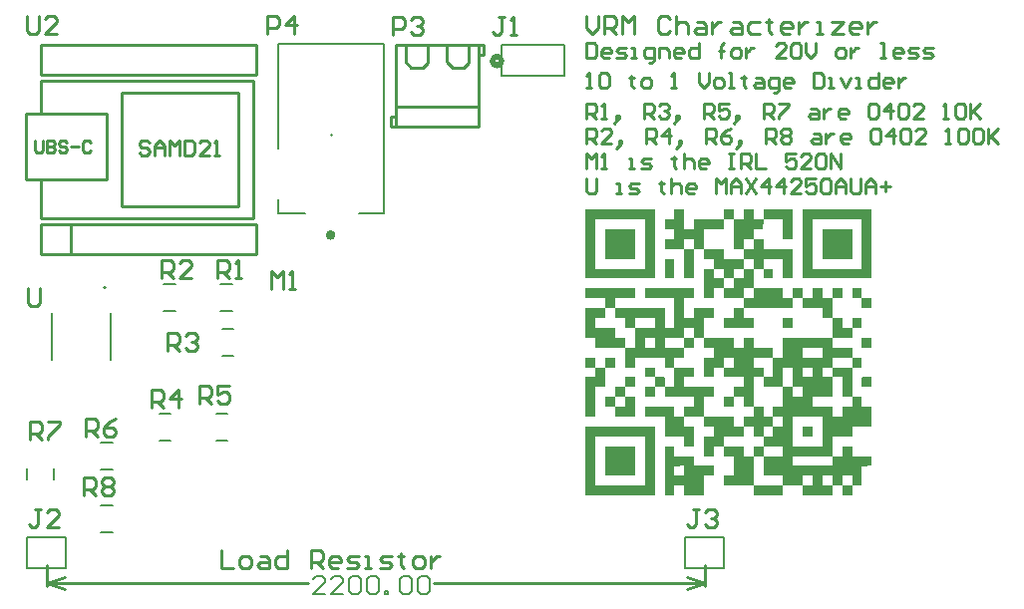
<source format=gto>
G04*
G04 #@! TF.GenerationSoftware,Altium Limited,Altium Designer,23.6.0 (18)*
G04*
G04 Layer_Color=65535*
%FSLAX44Y44*%
%MOMM*%
G71*
G04*
G04 #@! TF.SameCoordinates,07302BCA-5FAF-470A-8E07-FBA56CC999C1*
G04*
G04*
G04 #@! TF.FilePolarity,Positive*
G04*
G01*
G75*
%ADD10C,0.2000*%
%ADD11C,0.5080*%
%ADD12C,0.4000*%
%ADD13C,0.1524*%
%ADD14C,0.1270*%
%ADD15C,0.2540*%
G36*
X632922Y336149D02*
X657477Y336162D01*
X657570Y336123D01*
X657636Y336057D01*
X657609Y311091D01*
X657543Y311025D01*
X657371Y311012D01*
X649530Y311025D01*
X649477Y310999D01*
X649318Y311052D01*
X649279Y311091D01*
X649252Y311197D01*
Y316804D01*
Y316830D01*
X649265Y327634D01*
X649226Y327726D01*
X649186Y327766D01*
X649001Y327792D01*
X648736Y327766D01*
X632512Y327753D01*
X632485Y319475D01*
X632419Y319409D01*
X632234Y319382D01*
X632049Y319409D01*
X624194Y319382D01*
X624155Y319343D01*
X624128Y319237D01*
X624142Y311025D01*
X632446Y310999D01*
X632485Y310959D01*
X632512Y310854D01*
X632499Y302801D01*
X632538Y302708D01*
X632604Y302642D01*
X657450Y302655D01*
X657556Y302629D01*
X657636Y302549D01*
X657609Y277584D01*
X657543Y277518D01*
X657358Y277492D01*
X657279Y277518D01*
X649411Y277505D01*
X649318Y277544D01*
X649279Y277584D01*
X649252Y277690D01*
X649265Y294100D01*
X649212Y294232D01*
X649080Y294285D01*
X648657Y294258D01*
X632644Y294272D01*
X632538Y294219D01*
X632485Y294034D01*
X632512Y293849D01*
X632525Y285902D01*
X640499Y285888D01*
X640750Y285902D01*
X640869Y285809D01*
X640895Y285703D01*
X640882Y285320D01*
X640895Y278087D01*
X640869Y278007D01*
X640895Y277743D01*
X640869Y277584D01*
X640803Y277518D01*
X640591Y277492D01*
X640512Y277518D01*
X632670Y277505D01*
X632538Y277558D01*
X632485Y277743D01*
X632512Y278007D01*
X632499Y285875D01*
X632393Y285902D01*
X624142Y285875D01*
X624128Y269148D01*
X649173Y269121D01*
X649252Y269042D01*
X649279Y268857D01*
X649252Y268751D01*
X649279Y260817D01*
X649318Y260778D01*
X649424Y260751D01*
X657636Y260738D01*
X657609Y252434D01*
X657570Y252394D01*
X657464Y252368D01*
X657107Y252381D01*
X615745Y252355D01*
X615771Y244077D01*
X615837Y244011D01*
X616023Y243984D01*
X616208Y244011D01*
X624062Y243984D01*
X624102Y243945D01*
X624128Y243839D01*
X624102Y235693D01*
X624036Y235627D01*
X599044Y235654D01*
X598978Y235799D01*
X599004Y236302D01*
X598991Y243852D01*
X599031Y243945D01*
X599071Y243984D01*
X599176Y244011D01*
X607229Y243997D01*
X607322Y244037D01*
X607361Y244077D01*
X607388Y244262D01*
X607361Y244527D01*
X607375Y251945D01*
X607361Y252249D01*
X607454Y252368D01*
X607560Y252394D01*
X608062Y252368D01*
X615732Y252394D01*
X615745Y260738D01*
X599110Y260764D01*
X599018Y260830D01*
X598978Y260976D01*
X599004Y261399D01*
X598978Y269121D01*
X590714Y269135D01*
X590621Y269042D01*
X590608Y268870D01*
X590621Y260870D01*
X590555Y260778D01*
X590449Y260751D01*
X582304Y260778D01*
X582264Y260817D01*
X582238Y260923D01*
X582264Y285835D01*
X582304Y285875D01*
X582489Y285902D01*
X582780Y285875D01*
X582859Y285902D01*
X590621Y285915D01*
X590595Y294192D01*
X590528Y294258D01*
X590343Y294285D01*
X590158Y294258D01*
X582304Y294285D01*
X582264Y294325D01*
X582238Y294430D01*
X582224Y302642D01*
X573854Y302655D01*
X573867Y310867D01*
X573828Y310959D01*
X573762Y311025D01*
X565563Y310999D01*
X565497Y310933D01*
X565471Y310827D01*
X565497Y310325D01*
X565510Y302642D01*
X573854Y302629D01*
X573867Y277650D01*
X573815Y277544D01*
X573629Y277492D01*
X573444Y277518D01*
X565656Y277505D01*
X565550Y277531D01*
X565497Y277584D01*
X565471Y277769D01*
X565497Y278113D01*
X565471Y302629D01*
X548836Y302655D01*
X548744Y302721D01*
X548730Y310933D01*
X548796Y310999D01*
X548902Y311025D01*
X557048Y311052D01*
X557087Y311091D01*
X557114Y311197D01*
X557087Y319343D01*
X556968Y319409D01*
X548889Y319396D01*
X548757Y319449D01*
X548730Y319554D01*
X548757Y327726D01*
X548902Y327792D01*
X549484Y327766D01*
X556717Y327779D01*
X556968Y327766D01*
X557114Y327885D01*
X557100Y335991D01*
X557153Y336123D01*
X557338Y336176D01*
X557524Y336149D01*
X565312Y336162D01*
X565418Y336136D01*
X565471Y336083D01*
X565497Y335977D01*
X565484Y335620D01*
X565497Y319766D01*
X565471Y319687D01*
X565497Y319475D01*
X565563Y319409D01*
X565748Y319382D01*
X565933Y319409D01*
X573722Y319396D01*
X573815Y319435D01*
X573854Y319475D01*
X573881Y319660D01*
X573854Y319845D01*
X573881Y327700D01*
X573947Y327766D01*
X574053Y327792D01*
X574555Y327766D01*
X598991Y327792D01*
X599004Y335792D01*
X598978Y335872D01*
X599004Y336083D01*
X599044Y336123D01*
X599229Y336176D01*
X599414Y336149D01*
X607203Y336162D01*
X607335Y336110D01*
X607388Y335977D01*
X607361Y335475D01*
X607388Y327779D01*
X615176Y327766D01*
X615256Y327792D01*
X615520Y327766D01*
X615679Y327792D01*
X615718Y327832D01*
X615771Y328017D01*
X615745Y328123D01*
X615771Y336083D01*
X615837Y336149D01*
X616023Y336176D01*
X616128Y336149D01*
X623970Y336162D01*
X624062Y336123D01*
X624128Y336057D01*
X624155Y327832D01*
X624194Y327792D01*
X624380Y327766D01*
X624670Y327792D01*
X624750Y327766D01*
X632499Y327792D01*
X632512Y335819D01*
X632485Y335898D01*
X632512Y336057D01*
X632551Y336123D01*
X632737Y336176D01*
X632922Y336149D01*
D02*
G37*
G36*
X666429D02*
X724492Y336162D01*
X724624Y336110D01*
X724677Y335924D01*
X724650Y335660D01*
X724663Y277677D01*
X724611Y277544D01*
X724425Y277492D01*
X724240Y277518D01*
X707315D01*
X666178Y277505D01*
X666046Y277558D01*
X665993Y277743D01*
X666019Y277928D01*
X666006Y335991D01*
X666059Y336123D01*
X666244Y336176D01*
X666429Y336149D01*
D02*
G37*
G36*
X549352Y294258D02*
X556955Y294272D01*
X557048Y294232D01*
X557087Y294192D01*
X557114Y294087D01*
X557087Y277584D01*
X557021Y277518D01*
X556836Y277492D01*
X556730Y277518D01*
X548889Y277505D01*
X548796Y277544D01*
X548730Y277611D01*
Y282662D01*
Y282688D01*
X548757Y294219D01*
X548929Y294285D01*
X549352Y294258D01*
D02*
G37*
G36*
X482126Y336149D02*
X499183D01*
X540188Y336162D01*
X540320Y336110D01*
X540373Y335924D01*
X540347Y335739D01*
X540360Y277677D01*
X540307Y277544D01*
X540122Y277492D01*
X539937Y277518D01*
X481874Y277505D01*
X481742Y277558D01*
X481689Y277743D01*
X481716Y277928D01*
X481702Y335991D01*
X481755Y336123D01*
X481940Y336176D01*
X482126Y336149D01*
D02*
G37*
G36*
X699460Y269108D02*
X699500Y269069D01*
X699526Y268963D01*
X699500Y260817D01*
X699460Y260778D01*
X699354Y260751D01*
X691143Y260764D01*
X691169Y269069D01*
X691236Y269135D01*
X692214D01*
X699460Y269108D01*
D02*
G37*
G36*
X682720D02*
X682786Y268963D01*
X682759Y268460D01*
X682773Y261174D01*
X682759Y260897D01*
X682826Y260778D01*
X682931Y260751D01*
X691143Y260738D01*
X691156Y244011D01*
X699460Y243984D01*
X699500Y243945D01*
X699526Y243839D01*
X699553Y235693D01*
X699619Y235627D01*
X707910Y235614D01*
X707883Y227310D01*
X707844Y227270D01*
X707738Y227244D01*
X691143Y227257D01*
X691130Y244011D01*
X682918Y243997D01*
X682826Y244037D01*
X682786Y244077D01*
X682759Y244183D01*
X682773Y252236D01*
X682733Y252328D01*
X682693Y252368D01*
X682508Y252394D01*
X682244Y252368D01*
X666416Y252381D01*
X666138Y252368D01*
X666046Y252434D01*
X665993Y252619D01*
X666019Y252804D01*
X666006Y260751D01*
X657636Y260764D01*
X657662Y269069D01*
X657728Y269135D01*
X665953Y269108D01*
X665993Y269069D01*
X666019Y268963D01*
X666032Y260751D01*
X674310Y260778D01*
X674376Y260844D01*
X674402Y260949D01*
X674389Y261280D01*
X674402Y268778D01*
X674376Y268857D01*
X674402Y269042D01*
X674442Y269108D01*
X674548Y269135D01*
X676875D01*
X682720Y269108D01*
D02*
G37*
G36*
X573788D02*
X573854Y269042D01*
X573881Y268857D01*
X573854Y268672D01*
X573867Y260910D01*
X573828Y260817D01*
X573788Y260778D01*
X573682Y260751D01*
X565656Y260764D01*
X565550Y260738D01*
X565497Y260685D01*
X565471Y260500D01*
X565497Y260236D01*
Y257115D01*
Y257088D01*
X565484Y244143D01*
X565524Y244050D01*
X565563Y244011D01*
X565748Y243984D01*
X565933Y244011D01*
X573722Y243997D01*
X573828Y244050D01*
X573881Y244183D01*
X573854Y244606D01*
X573881Y252302D01*
X573947Y252368D01*
X574053Y252394D01*
X574555Y252368D01*
X590489Y252381D01*
X590581Y252315D01*
X590621Y252275D01*
X590595Y244077D01*
X590528Y244011D01*
X590343Y243984D01*
X590158Y244011D01*
X582304Y243984D01*
X582264Y243945D01*
X582238Y243839D01*
X582251Y227244D01*
X607176Y227257D01*
X607282Y227231D01*
X607335Y227204D01*
X607388Y227072D01*
X607361Y226569D01*
X607375Y219284D01*
X607361Y219006D01*
X607454Y218887D01*
X607560Y218860D01*
X607864Y218874D01*
X615229Y218860D01*
X615308Y218887D01*
X615388Y218860D01*
X615679Y218887D01*
X615745Y218953D01*
X615771Y219138D01*
X615745Y219217D01*
X615771Y227178D01*
X615837Y227244D01*
X616009Y227257D01*
X623851Y227244D01*
X623930Y227270D01*
X624009Y227244D01*
X624062Y227217D01*
X624128Y227151D01*
X624155Y218927D01*
X624194Y218887D01*
X624300Y218860D01*
X624631Y218874D01*
X640512Y218860D01*
X640591Y218887D01*
X640803Y218860D01*
X640869Y218794D01*
X640895Y218689D01*
X640882Y218305D01*
X640908Y210503D01*
X649120Y210490D01*
X649212Y210530D01*
X649279Y210702D01*
X649252Y211046D01*
X649279Y227178D01*
X649345Y227244D01*
X649530Y227270D01*
X649609Y227244D01*
X691143Y227231D01*
X691169Y218927D01*
X691209Y218887D01*
X691394Y218860D01*
X691645Y218874D01*
X707526Y218860D01*
X707606Y218887D01*
X707817Y218860D01*
X707883Y218794D01*
X707910Y218689D01*
X707923Y210503D01*
X715844Y210490D01*
X716148Y210503D01*
X716267Y210411D01*
X716293Y210305D01*
X716280Y209922D01*
X716293Y202715D01*
X716267Y202636D01*
X716293Y202292D01*
X716240Y202160D01*
X716068Y202094D01*
X715804Y202120D01*
X707910Y202133D01*
X707883Y210490D01*
X691685Y210503D01*
X691606Y210477D01*
X691500Y210503D01*
X691236Y210477D01*
X691169Y210437D01*
X691143Y210332D01*
X691156Y202120D01*
X707910Y202107D01*
X707923Y176996D01*
X708029Y176970D01*
X716161Y176983D01*
X716254Y176917D01*
X716293Y176798D01*
X716280Y176414D01*
X716293Y168996D01*
X716267Y168917D01*
X716293Y168679D01*
X716359Y168613D01*
X716544Y168586D01*
X716650Y168613D01*
X724584Y168586D01*
X724650Y168520D01*
X724677Y168335D01*
X724650Y168229D01*
X724663Y152004D01*
X724624Y151912D01*
X724584Y151872D01*
X724478Y151846D01*
X708068Y151859D01*
X707936Y151806D01*
X707883Y151621D01*
X707910Y151357D01*
X707883Y143555D01*
X707817Y143489D01*
X707711Y143462D01*
X707407Y143476D01*
X691500Y143462D01*
X691421Y143489D01*
X691236Y143462D01*
X691143Y143370D01*
X691156Y126722D01*
X699315Y126709D01*
X699447Y126735D01*
X699526Y126814D01*
X699513Y134894D01*
X699540Y135000D01*
X699593Y135079D01*
X699698Y135105D01*
X707817Y135079D01*
X707910Y134986D01*
X707897Y126881D01*
X707950Y126748D01*
X708055Y126722D01*
X708135Y126695D01*
X708214Y126722D01*
X724584Y126695D01*
X724650Y126629D01*
X724677Y126444D01*
X724650Y126339D01*
X724663Y118497D01*
X724624Y118405D01*
X724558Y118338D01*
X716333Y118312D01*
X716293Y118272D01*
X716267Y118087D01*
X716293Y117744D01*
X716280Y101968D01*
X716293Y101717D01*
X716201Y101598D01*
X716095Y101572D01*
X715711Y101585D01*
X707910Y101558D01*
X707883Y93281D01*
X707817Y93215D01*
X707632Y93188D01*
X707526Y93215D01*
X699685Y93201D01*
X699593Y93241D01*
X699526Y93307D01*
X699513Y93479D01*
X699526Y101558D01*
X691156Y101572D01*
X691143Y93492D01*
X691169Y93413D01*
X691143Y93334D01*
X691103Y93241D01*
X690918Y93188D01*
X690654Y93215D01*
X666178Y93201D01*
X666046Y93254D01*
X665993Y93439D01*
X666019Y93625D01*
X666006Y101572D01*
X649252Y101558D01*
X649265Y93347D01*
X649212Y93241D01*
X649027Y93188D01*
X648763Y93215D01*
X624287Y93201D01*
X624194Y93241D01*
X624128Y93307D01*
X624115Y101572D01*
X599375Y101585D01*
X599123Y101572D01*
X599004Y101664D01*
X598978Y101849D01*
X599004Y102114D01*
X598991Y109823D01*
X599031Y109915D01*
X599071Y109955D01*
X599256Y109981D01*
X599441Y109955D01*
X607295Y109981D01*
X607361Y110048D01*
X607388Y110233D01*
X607361Y110497D01*
X607375Y126590D01*
X607309Y126682D01*
X607269Y126722D01*
X599190Y126709D01*
X599084Y126735D01*
X599031Y126762D01*
X598978Y126894D01*
X599004Y127396D01*
X598978Y135092D01*
X591137Y135105D01*
X591057Y135079D01*
X590978Y135105D01*
X590687Y135079D01*
X590648Y135039D01*
X590621Y134934D01*
X590595Y134854D01*
X590621Y134775D01*
X590595Y126788D01*
X590528Y126722D01*
X590357Y126709D01*
X582515Y126722D01*
X582436Y126695D01*
X582357Y126722D01*
X582304Y126748D01*
X582238Y126814D01*
X582264Y143396D01*
X582330Y143462D01*
X582436Y143489D01*
X582938Y143462D01*
X590198Y143476D01*
X590476Y143462D01*
X590595Y143528D01*
X590621Y143634D01*
X590595Y151780D01*
X590528Y151846D01*
X590343Y151872D01*
X590264Y151846D01*
X582304Y151872D01*
X582264Y151912D01*
X582238Y152018D01*
X582224Y160229D01*
X565497Y160216D01*
X565484Y151978D01*
X565550Y151885D01*
X565590Y151846D01*
X573695Y151859D01*
X573828Y151806D01*
X573881Y151674D01*
X573854Y151251D01*
X573867Y135238D01*
X573828Y135145D01*
X573788Y135105D01*
X573603Y135079D01*
X573338Y135105D01*
X565629Y135092D01*
X565537Y135132D01*
X565497Y135171D01*
X565471Y135357D01*
X565497Y135621D01*
X565484Y143092D01*
X565497Y143343D01*
X565405Y143462D01*
X565219Y143489D01*
X564955Y143462D01*
X549153Y143476D01*
X548849Y143462D01*
X548757Y143528D01*
X548730Y143634D01*
X548704Y160163D01*
X548664Y160203D01*
X548558Y160229D01*
X532029Y160256D01*
X531990Y160295D01*
X531963Y160480D01*
X531990Y160771D01*
X531963Y160851D01*
X531977Y168216D01*
X531963Y168467D01*
X532082Y168613D01*
X557048Y168586D01*
X557087Y168547D01*
X557114Y168441D01*
X557100Y160388D01*
X557140Y160295D01*
X557206Y160229D01*
X565484Y160256D01*
X565497Y168229D01*
X565471Y168309D01*
X565497Y168520D01*
X565563Y168586D01*
X565669Y168613D01*
X573695Y168599D01*
X573828Y168652D01*
X573881Y168785D01*
X573854Y169208D01*
X573867Y176838D01*
X573828Y176930D01*
X573788Y176970D01*
X573603Y176996D01*
X573259Y176970D01*
X549127Y176983D01*
X548876Y176970D01*
X548757Y177036D01*
X548730Y177142D01*
X548717Y185353D01*
X540347Y185366D01*
X540334Y193737D01*
X532029Y193763D01*
X531990Y193803D01*
X531963Y193988D01*
X531990Y194279D01*
X531963Y194358D01*
X531977Y201723D01*
X531963Y201975D01*
X532029Y202094D01*
X532135Y202120D01*
X540281Y202094D01*
X540347Y202027D01*
X540373Y201842D01*
X540347Y201737D01*
X540360Y193737D01*
X548664Y193710D01*
X548730Y193644D01*
X548744Y185353D01*
X557048Y185380D01*
X557087Y185419D01*
X557114Y185525D01*
X557100Y202120D01*
X548889Y202107D01*
X548796Y202146D01*
X548730Y202213D01*
X548704Y210437D01*
X548664Y210477D01*
X548479Y210503D01*
X548201Y210490D01*
X524149Y210503D01*
X524069Y210477D01*
X523884Y210503D01*
X523672Y210477D01*
X523606Y210411D01*
X523580Y210226D01*
X523606Y210041D01*
X523580Y202186D01*
X523514Y202120D01*
X523302Y202094D01*
X523223Y202120D01*
X515382Y202107D01*
X515289Y202146D01*
X515223Y202213D01*
X515210Y202384D01*
X515223Y218847D01*
X490205Y218874D01*
X490112Y218940D01*
X490073Y219059D01*
X490099Y219561D01*
X490086Y226847D01*
X490099Y227125D01*
X490033Y227217D01*
X489927Y227244D01*
X489848Y227270D01*
X489768Y227244D01*
X481782Y227270D01*
X481716Y227337D01*
X481689Y227522D01*
X481716Y227627D01*
X481702Y252209D01*
X481729Y252315D01*
X481782Y252368D01*
X481967Y252394D01*
X482311Y252368D01*
X498443Y252394D01*
X498469Y260434D01*
X498483Y260606D01*
X498416Y260725D01*
X498231Y260778D01*
X498046Y260751D01*
X481782Y260778D01*
X481716Y260844D01*
X481689Y261029D01*
X481716Y261135D01*
X481702Y268976D01*
X481742Y269069D01*
X481808Y269135D01*
X523540Y269108D01*
X523580Y269069D01*
X523606Y268963D01*
X523580Y260817D01*
X523540Y260778D01*
X523434Y260751D01*
X506998Y260764D01*
X506906Y260725D01*
X506839Y260659D01*
X506866Y252381D01*
X548347Y252368D01*
X548426Y252394D01*
X548638Y252368D01*
X548704Y252328D01*
X548730Y252222D01*
X548757Y235693D01*
X548823Y235627D01*
X557048Y235654D01*
X557087Y235693D01*
X557114Y235799D01*
X557087Y260685D01*
X557021Y260751D01*
X556836Y260778D01*
X556730Y260751D01*
X532056Y260778D01*
X531990Y260844D01*
X531963Y260949D01*
X531977Y261306D01*
X531963Y268566D01*
X531990Y268645D01*
X531963Y268910D01*
X531990Y269069D01*
X532029Y269108D01*
X532135Y269135D01*
X573788Y269108D01*
D02*
G37*
G36*
X716227D02*
X716267Y269069D01*
X716293Y268883D01*
X716267Y268566D01*
X716293Y268487D01*
X716307Y260751D01*
X724492Y260764D01*
X724624Y260711D01*
X724677Y260526D01*
X724650Y260262D01*
X724663Y252526D01*
X724624Y252434D01*
X724584Y252394D01*
X724478Y252368D01*
X724121Y252381D01*
X716835Y252368D01*
X716756Y252394D01*
X716571Y252368D01*
X716359Y252394D01*
X716293Y252460D01*
X716267Y252566D01*
X716280Y252950D01*
X716254Y260751D01*
X707976Y260778D01*
X707910Y260844D01*
X707883Y261029D01*
X707910Y261135D01*
Y268619D01*
Y268645D01*
X707897Y268976D01*
X707950Y269108D01*
X708055Y269135D01*
X716227Y269108D01*
D02*
G37*
G36*
X716201Y243984D02*
X716267Y243918D01*
X716293Y243812D01*
X716280Y243429D01*
X716293Y236222D01*
X716267Y236143D01*
X716293Y235799D01*
X716240Y235667D01*
X716121Y235627D01*
X713477D01*
X707910Y235641D01*
X707897Y243852D01*
X707936Y243945D01*
X707976Y243984D01*
X708082Y244011D01*
X716201Y243984D01*
D02*
G37*
G36*
X657570D02*
X657609Y243945D01*
X657636Y243839D01*
X657609Y235693D01*
X657543Y235627D01*
X649318Y235654D01*
X649279Y235693D01*
X649252Y235799D01*
Y239158D01*
Y239184D01*
X649279Y243945D01*
X649318Y243984D01*
X649424Y244011D01*
X657570Y243984D01*
D02*
G37*
G36*
X716624Y227244D02*
X724465Y227257D01*
X724571Y227231D01*
X724624Y227204D01*
X724677Y227019D01*
X724650Y226755D01*
X724663Y219019D01*
X724624Y218927D01*
X724584Y218887D01*
X724478Y218860D01*
X716359Y218887D01*
X716293Y218953D01*
X716267Y219059D01*
X716280Y219442D01*
X716267Y225406D01*
Y225432D01*
X716280Y226847D01*
X716267Y227098D01*
X716333Y227217D01*
X716544Y227270D01*
X716624Y227244D01*
D02*
G37*
G36*
X506773Y210477D02*
X506839Y210411D01*
X506853Y210239D01*
X506839Y202398D01*
X506866Y202318D01*
X506839Y202239D01*
X506813Y202186D01*
X506747Y202120D01*
X506562Y202094D01*
X506483Y202120D01*
X498469Y202094D01*
X498456Y185710D01*
X498483Y185631D01*
X498456Y185446D01*
X498390Y185380D01*
X498284Y185353D01*
X490258Y185366D01*
X490152Y185340D01*
X490099Y185287D01*
X490073Y185102D01*
X490099Y184837D01*
Y173968D01*
Y173942D01*
X490086Y160626D01*
X490099Y160348D01*
X490033Y160256D01*
X489927Y160229D01*
X481782Y160256D01*
X481716Y160322D01*
X481689Y160507D01*
X481716Y160586D01*
X481702Y193578D01*
X481742Y193671D01*
X481808Y193737D01*
X490033Y193763D01*
X490099Y193909D01*
X490086Y194292D01*
X490099Y202080D01*
X490059Y202120D01*
X481874Y202107D01*
X481742Y202160D01*
X481689Y202345D01*
X481716Y202530D01*
X481702Y210318D01*
X481729Y210424D01*
X481782Y210477D01*
X481888Y210503D01*
X482218Y210490D01*
X489583Y210503D01*
X489636Y210477D01*
X489716Y210503D01*
X490006Y210477D01*
X490073Y210411D01*
X490099Y210305D01*
X490086Y209948D01*
X490112Y202120D01*
X498456Y202133D01*
X498483Y210411D01*
X498549Y210477D01*
X498654Y210503D01*
X498959Y210490D01*
X506324Y210503D01*
X506403Y210477D01*
X506483Y210503D01*
X506773Y210477D01*
D02*
G37*
G36*
X724584Y193710D02*
X724650Y193644D01*
X724677Y193459D01*
X724650Y193353D01*
X724663Y185512D01*
X724624Y185419D01*
X724584Y185380D01*
X724478Y185353D01*
X716359Y185380D01*
X716293Y185446D01*
X716267Y185551D01*
X716280Y185935D01*
X716267Y191608D01*
Y191634D01*
X716280Y193340D01*
X716267Y193591D01*
X716333Y193710D01*
X716439Y193737D01*
X724584Y193710D01*
D02*
G37*
G36*
X523540D02*
X523580Y193671D01*
X523606Y193565D01*
X523580Y185446D01*
X523487Y185353D01*
X522059D01*
X515223Y185366D01*
X515210Y193552D01*
X515236Y193657D01*
X515316Y193737D01*
X523540Y193710D01*
D02*
G37*
G36*
X532347Y185353D02*
X540347Y185340D01*
X540360Y177155D01*
X540334Y177049D01*
X540281Y176996D01*
X540175Y176970D01*
X539791Y176983D01*
X537768Y176970D01*
X537742D01*
X532360Y176983D01*
X532109Y176970D01*
X531990Y177062D01*
X531963Y177168D01*
X531977Y177551D01*
X531963Y184785D01*
X531990Y184864D01*
X531963Y185128D01*
X531990Y185287D01*
X532056Y185353D01*
X532241Y185380D01*
X532347Y185353D01*
D02*
G37*
G36*
X507223D02*
X515223Y185340D01*
X515236Y176996D01*
X515342Y176970D01*
X523474Y176983D01*
X523567Y176917D01*
X523606Y176798D01*
X523580Y160295D01*
X523540Y160256D01*
X523434Y160229D01*
X506906Y160256D01*
X506866Y160295D01*
X506839Y160401D01*
X506826Y168613D01*
X498615Y168599D01*
X498522Y168639D01*
X498483Y168679D01*
X498456Y168785D01*
X498483Y176904D01*
X498549Y176970D01*
X498654Y176996D01*
X499157Y176970D01*
X506826Y176996D01*
X506839Y179442D01*
Y179469D01*
X506866Y185287D01*
X506932Y185353D01*
X507117Y185380D01*
X507223Y185353D01*
D02*
G37*
G36*
X557021Y135079D02*
X557087Y135039D01*
X557114Y134934D01*
X557100Y126881D01*
X557153Y126748D01*
X557365Y126695D01*
X557444Y126722D01*
X573788Y126695D01*
X573854Y126629D01*
X573881Y126444D01*
X573854Y126259D01*
X573881Y118405D01*
X573920Y118365D01*
X574026Y118338D01*
X590409Y118352D01*
X590542Y118325D01*
X590595Y118272D01*
X590621Y118167D01*
X590595Y110021D01*
X590555Y109981D01*
X590449Y109955D01*
X582396Y109968D01*
X582304Y109929D01*
X582238Y109862D01*
Y98782D01*
Y98755D01*
X582211Y93281D01*
X582145Y93215D01*
X581960Y93188D01*
X581854Y93215D01*
X565629Y93201D01*
X565537Y93241D01*
X565497Y93281D01*
X565471Y93466D01*
X565497Y93810D01*
X565484Y101201D01*
X565497Y101453D01*
X565405Y101572D01*
X565299Y101598D01*
X564717Y101572D01*
X557246Y101585D01*
X557153Y101545D01*
X557114Y101505D01*
X557087Y101294D01*
X557114Y101215D01*
X557087Y93281D01*
X557021Y93215D01*
X556836Y93188D01*
X556730Y93215D01*
X548889Y93201D01*
X548796Y93241D01*
X548730Y93307D01*
X548757Y135039D01*
X548796Y135079D01*
X548902Y135105D01*
X557021Y135079D01*
D02*
G37*
G36*
X482126Y151846D02*
X540188Y151859D01*
X540320Y151806D01*
X540373Y151621D01*
X540347Y151436D01*
X540360Y93373D01*
X540307Y93241D01*
X540122Y93188D01*
X539858Y93215D01*
X539593D01*
X481874Y93201D01*
X481742Y93254D01*
X481689Y93439D01*
X481716Y93625D01*
X481702Y151687D01*
X481755Y151819D01*
X481940Y151872D01*
X482126Y151846D01*
D02*
G37*
%LPC*%
G36*
X607348Y327766D02*
X599004Y327753D01*
X598978Y319475D01*
X598912Y319409D01*
X598727Y319382D01*
X598542Y319409D01*
X582304Y319382D01*
X582264Y319343D01*
X582238Y319237D01*
X582251Y302642D01*
X598793Y302655D01*
X598899Y302629D01*
X598978Y302576D01*
X599004Y302470D01*
X598991Y294417D01*
X599031Y294325D01*
X599071Y294285D01*
X599176Y294258D01*
X615745Y294245D01*
X615758Y285902D01*
X624128Y285915D01*
Y288533D01*
Y288559D01*
X624102Y294192D01*
X624036Y294258D01*
X623851Y294285D01*
X623745Y294258D01*
X615745Y294272D01*
X615732Y302642D01*
X607427Y302668D01*
X607388Y302708D01*
X607361Y302893D01*
X607375Y303144D01*
X607348Y327766D01*
D02*
G37*
G36*
X624115Y311025D02*
X615811Y310999D01*
X615771Y310959D01*
X615745Y310854D01*
Y303290D01*
Y303263D01*
X615758Y302642D01*
X624062Y302668D01*
X624102Y302708D01*
X624128Y302814D01*
X624115Y311025D01*
D02*
G37*
G36*
X615626Y285902D02*
X607758Y285888D01*
X607507Y285902D01*
X607388Y285809D01*
X607361Y285703D01*
X607375Y285346D01*
X607361Y282344D01*
Y282318D01*
X607375Y277518D01*
X615586Y277505D01*
X615718Y277558D01*
X615771Y277743D01*
X615745Y277928D01*
X615732Y285875D01*
X615626Y285902D01*
D02*
G37*
G36*
X598806D02*
X598409Y285875D01*
X598330Y285902D01*
X590634Y285875D01*
X590608Y277782D01*
X590595Y277716D01*
X590621Y277637D01*
X590648Y277584D01*
X590714Y277518D01*
X590899Y277492D01*
X590978Y277518D01*
X594548D01*
X599004Y277505D01*
X599018Y269135D01*
X607322Y269161D01*
X607388Y269307D01*
X607361Y269809D01*
X607348Y277518D01*
X599004Y277531D01*
X598991Y285478D01*
X599004Y285756D01*
X598912Y285875D01*
X598806Y285902D01*
D02*
G37*
G36*
X624115Y269135D02*
X616181D01*
X615811Y269108D01*
X615771Y269069D01*
X615745Y268963D01*
X615758Y260751D01*
X624062Y260778D01*
X624102Y260817D01*
X624128Y260923D01*
X624115Y269135D01*
D02*
G37*
G36*
X716068Y327792D02*
X715645Y327766D01*
X715354D01*
X674535Y327779D01*
X674442Y327739D01*
X674402Y327700D01*
X674376Y327515D01*
X674402Y327250D01*
X674389Y286034D01*
X674429Y285941D01*
X674469Y285902D01*
X674654Y285875D01*
X674918Y285902D01*
X716135Y285888D01*
X716227Y285928D01*
X716267Y285968D01*
X716293Y286073D01*
X716267Y286655D01*
X716280Y327660D01*
X716214Y327753D01*
X716068Y327792D01*
D02*
G37*
%LPD*%
G36*
X707817Y319382D02*
X707910Y319290D01*
Y296414D01*
Y296387D01*
X707883Y294351D01*
X707791Y294258D01*
X682852Y294285D01*
X682786Y294351D01*
X682759Y294457D01*
X682786Y319316D01*
X682878Y319409D01*
X707817Y319382D01*
D02*
G37*
%LPC*%
G36*
X531712Y327792D02*
X531448Y327766D01*
X490231Y327779D01*
X490139Y327739D01*
X490099Y327700D01*
X490073Y327515D01*
X490099Y327250D01*
X490086Y286034D01*
X490126Y285941D01*
X490165Y285902D01*
X490350Y285875D01*
X490615Y285902D01*
X504314D01*
X531831Y285888D01*
X531924Y285928D01*
X531963Y285968D01*
X531990Y286153D01*
X531963Y286417D01*
X531977Y327634D01*
X531937Y327726D01*
X531897Y327766D01*
X531712Y327792D01*
D02*
G37*
%LPD*%
G36*
X523514Y319382D02*
X523606Y319290D01*
X523580Y294351D01*
X523487Y294258D01*
X504129D01*
X498549Y294285D01*
X498456Y294377D01*
X498483Y319316D01*
X498575Y319409D01*
X523514Y319382D01*
D02*
G37*
%LPC*%
G36*
X506826Y252368D02*
X498456Y252355D01*
X498469Y244143D01*
X498430Y244050D01*
X498390Y244011D01*
X498205Y243984D01*
X498020Y244011D01*
X490165Y243984D01*
X490099Y243918D01*
X490073Y243812D01*
X490099Y243310D01*
X490086Y235760D01*
X490139Y235654D01*
X490244Y235627D01*
X506773Y235601D01*
X506839Y235535D01*
X506853Y235363D01*
X506839Y227363D01*
X506906Y227270D01*
X507011Y227244D01*
X515038Y227257D01*
X515144Y227231D01*
X515223Y227151D01*
X515236Y218860D01*
X523183Y218874D01*
X523461Y218860D01*
X523580Y218953D01*
X523606Y219059D01*
X523593Y235627D01*
X515289Y235654D01*
X515223Y235720D01*
X515210Y235892D01*
X515223Y243892D01*
X515157Y243984D01*
X515051Y244011D01*
X508175D01*
X506998Y243997D01*
X506906Y244037D01*
X506839Y244103D01*
X506826Y252368D01*
D02*
G37*
G36*
X540175Y244011D02*
X523672Y243984D01*
X523606Y243918D01*
X523580Y243733D01*
X523606Y243548D01*
X523620Y235627D01*
X540281Y235654D01*
X540347Y235720D01*
X540373Y235905D01*
X540347Y235984D01*
Y243389D01*
Y243416D01*
X540360Y243826D01*
X540334Y243931D01*
X540281Y243984D01*
X540175Y244011D01*
D02*
G37*
G36*
X682508Y218887D02*
X682323Y218860D01*
X666151Y218874D01*
X666046Y218821D01*
X665993Y218636D01*
X666019Y218530D01*
X666006Y210662D01*
X666059Y210530D01*
X666191Y210477D01*
X666693Y210503D01*
X675050D01*
X682627Y210490D01*
X682720Y210530D01*
X682759Y210570D01*
X682786Y210755D01*
X682759Y210940D01*
X682773Y218728D01*
X682733Y218821D01*
X682693Y218860D01*
X682508Y218887D01*
D02*
G37*
G36*
X548915Y227257D02*
X548810Y227231D01*
X548730Y227151D01*
X548757Y218927D01*
X548796Y218887D01*
X548902Y218860D01*
X549233Y218874D01*
X562998Y218860D01*
X563024D01*
X565484Y218887D01*
X565497Y227204D01*
X565457Y227244D01*
X548915Y227257D01*
D02*
G37*
G36*
X532188Y227270D02*
X532109Y227244D01*
X531990Y227178D01*
X531963Y226993D01*
X531990Y226649D01*
X531963Y226569D01*
X531977Y219257D01*
X531963Y219006D01*
X532056Y218887D01*
X532162Y218860D01*
X532426Y218887D01*
X532453D01*
X532532Y218860D01*
X539924Y218874D01*
X540228Y218860D01*
X540347Y218953D01*
X540373Y219165D01*
X540347Y219244D01*
X540360Y227085D01*
X540320Y227178D01*
X540254Y227244D01*
X540082Y227257D01*
X532241Y227244D01*
X532188Y227270D01*
D02*
G37*
G36*
X640855Y210503D02*
X624525Y210490D01*
X624247Y210503D01*
X624155Y210437D01*
X624128Y210332D01*
X624155Y202186D01*
X624221Y202120D01*
X624406Y202094D01*
X624485Y202120D01*
X632446Y202094D01*
X632485Y202054D01*
X632512Y201948D01*
Y198034D01*
Y198008D01*
X632525Y193737D01*
X640829Y193763D01*
X640895Y193909D01*
X640882Y194345D01*
X640895Y210437D01*
X640855Y210503D01*
D02*
G37*
G36*
X607189D02*
X606833Y210490D01*
X603037Y210503D01*
X603011D01*
X599401Y210490D01*
X599123Y210503D01*
X599004Y210411D01*
X598978Y210226D01*
X599004Y210041D01*
X599018Y202120D01*
X607203Y202107D01*
X607335Y202160D01*
X607388Y202292D01*
X607361Y202794D01*
X607375Y210345D01*
X607335Y210437D01*
X607295Y210477D01*
X607189Y210503D01*
D02*
G37*
G36*
X573762Y235627D02*
X565563Y235601D01*
X565497Y235535D01*
X565471Y235429D01*
X565497Y234926D01*
Y232969D01*
Y232943D01*
X565510Y227244D01*
X573854Y227231D01*
X573867Y219019D01*
X573828Y218927D01*
X573788Y218887D01*
X573682Y218860D01*
X565497Y218847D01*
X565484Y210900D01*
X565497Y210623D01*
X565405Y210503D01*
X565219Y210477D01*
X564955Y210503D01*
X557510Y210490D01*
X557233Y210503D01*
X557114Y210411D01*
X557087Y210199D01*
X557114Y210120D01*
X557127Y202120D01*
X573788Y202094D01*
X573854Y202027D01*
X573881Y201842D01*
X573854Y201657D01*
X573867Y193895D01*
X573828Y193803D01*
X573762Y193737D01*
X565537Y193710D01*
X565471Y193565D01*
X565497Y193062D01*
X565484Y185485D01*
X565563Y185380D01*
X565669Y185353D01*
X590462Y185366D01*
X590555Y185327D01*
X590621Y185261D01*
X590595Y177062D01*
X590528Y176996D01*
X590423Y176970D01*
X590066Y176983D01*
X582621Y176970D01*
X582542Y176996D01*
X582330Y176970D01*
X582264Y176930D01*
X582238Y176824D01*
X582251Y160229D01*
X607322Y160203D01*
X607388Y160057D01*
X607361Y159476D01*
X607375Y152269D01*
X607361Y151991D01*
X607480Y151846D01*
X615745Y151833D01*
X615758Y143647D01*
X615732Y143542D01*
X615679Y143489D01*
X615573Y143462D01*
X615242Y143476D01*
X599361Y143462D01*
X599282Y143489D01*
X599071Y143462D01*
X599004Y143396D01*
X598978Y143211D01*
X599004Y143026D01*
X599018Y135105D01*
X615679Y135079D01*
X615745Y135013D01*
X615771Y134801D01*
X615745Y134722D01*
X615771Y126788D01*
X615837Y126722D01*
X616009Y126709D01*
X624115Y126722D01*
X624142Y101598D01*
X649252Y101611D01*
X649265Y109796D01*
X649212Y109929D01*
X649027Y109981D01*
X648763Y109955D01*
X632578Y109981D01*
X632512Y110048D01*
X632485Y110233D01*
X632512Y110339D01*
X632499Y126722D01*
X624128Y126735D01*
X624155Y135039D01*
X624194Y135079D01*
X624300Y135105D01*
X632512Y135092D01*
X632525Y126722D01*
X649067Y126709D01*
X649173Y126735D01*
X649226Y126762D01*
X649279Y126947D01*
X649252Y127211D01*
X649265Y134947D01*
X649226Y135039D01*
X649186Y135079D01*
X649080Y135105D01*
X648750Y135092D01*
X632512Y135119D01*
X632499Y143462D01*
X624552Y143476D01*
X624247Y143462D01*
X624155Y143528D01*
X624128Y143634D01*
X624102Y151780D01*
X624036Y151846D01*
X623851Y151872D01*
X623771Y151846D01*
X615745Y151859D01*
X615771Y160163D01*
X615811Y160203D01*
X615917Y160229D01*
X624062Y160256D01*
X624102Y160295D01*
X624128Y160401D01*
X624115Y168613D01*
X615904Y168599D01*
X615811Y168639D01*
X615745Y168705D01*
X615758Y176811D01*
X615705Y176943D01*
X615573Y176996D01*
X614991Y176970D01*
X607361Y176957D01*
X607375Y168745D01*
X607335Y168652D01*
X607295Y168613D01*
X607110Y168586D01*
X606925Y168613D01*
X599137Y168599D01*
X599044Y168639D01*
X599004Y168679D01*
X598978Y168864D01*
X599004Y169128D01*
X598991Y176838D01*
X599031Y176930D01*
X599071Y176970D01*
X599176Y176996D01*
X599758Y176970D01*
X607348Y176996D01*
X607375Y184851D01*
X607388Y184917D01*
X607361Y184996D01*
X607388Y185287D01*
X607454Y185353D01*
X607639Y185380D01*
X607745Y185353D01*
X615679Y185380D01*
X615745Y185446D01*
X615771Y185631D01*
X615745Y185710D01*
X615758Y193552D01*
X615732Y193657D01*
X615652Y193737D01*
X599071Y193763D01*
X599004Y193829D01*
X598978Y193935D01*
X599004Y194358D01*
X598978Y202107D01*
X590740Y202120D01*
X590621Y202027D01*
X590608Y201856D01*
X590621Y193856D01*
X590555Y193763D01*
X590449Y193737D01*
X582304Y193763D01*
X582264Y193803D01*
X582238Y193909D01*
X582264Y210437D01*
X582304Y210477D01*
X582410Y210503D01*
X582740Y210490D01*
X590264Y210503D01*
X590343Y210477D01*
X590528Y210503D01*
X590621Y210596D01*
X590595Y218794D01*
X590528Y218860D01*
X590343Y218887D01*
X590158Y218860D01*
X582304Y218887D01*
X582264Y218927D01*
X582238Y219032D01*
X582224Y227244D01*
X573854Y227257D01*
X573867Y235469D01*
X573828Y235561D01*
X573762Y235627D01*
D02*
G37*
G36*
X674231Y202120D02*
X666085Y202094D01*
X666019Y202027D01*
X665993Y201842D01*
X666019Y201763D01*
X666006Y193922D01*
X666032Y193816D01*
X666112Y193737D01*
X668201D01*
X674336Y193763D01*
X674376Y193803D01*
X674402Y193988D01*
X674389Y194265D01*
X674402Y201578D01*
X674376Y201657D01*
X674402Y201763D01*
X674376Y202027D01*
X674336Y202094D01*
X674231Y202120D01*
D02*
G37*
G36*
X691130D02*
X682826Y202094D01*
X682759Y201948D01*
X682773Y201618D01*
X682759Y194252D01*
X682786Y194173D01*
X682759Y194094D01*
X682786Y193803D01*
X682826Y193763D01*
X682931Y193737D01*
X685497D01*
X691143Y193723D01*
X691156Y177181D01*
X691130Y177076D01*
X691077Y176996D01*
X690892Y176970D01*
X690601Y176996D01*
X690521Y176970D01*
X674535Y176983D01*
X674442Y176943D01*
X674402Y176904D01*
X674376Y176719D01*
X674402Y176454D01*
X674389Y168745D01*
X674429Y168652D01*
X674574Y168586D01*
X674997Y168613D01*
X691077Y168586D01*
X691143Y168520D01*
X691169Y168335D01*
X691143Y168256D01*
X691169Y160295D01*
X691236Y160229D01*
X699460Y160256D01*
X699500Y160295D01*
X699526Y160401D01*
X699513Y168401D01*
X699540Y168533D01*
X699593Y168586D01*
X699698Y168613D01*
X707751Y168599D01*
X707844Y168639D01*
X707883Y168679D01*
X707910Y168785D01*
X707897Y176970D01*
X699923Y176983D01*
X699672Y176970D01*
X699553Y177036D01*
X699526Y177142D01*
X699500Y177221D01*
X699526Y177300D01*
X699500Y193671D01*
X699434Y193737D01*
X691143Y193750D01*
X691130Y202120D01*
D02*
G37*
G36*
X657464D02*
X649318Y202094D01*
X649279Y202054D01*
X649252Y201948D01*
X649279Y185366D01*
X657636Y185340D01*
X657662Y177036D01*
X657807Y176970D01*
X658244Y176983D01*
X665398Y176970D01*
X665477Y176996D01*
X665636Y176970D01*
X665662D01*
X665927Y176996D01*
X666019Y177089D01*
X665993Y185287D01*
X665927Y185353D01*
X665741Y185380D01*
X665636Y185353D01*
X657636Y185366D01*
X657609Y202054D01*
X657570Y202094D01*
X657464Y202120D01*
D02*
G37*
G36*
X632499Y193737D02*
X624194Y193710D01*
X624128Y193644D01*
X624142Y168613D01*
X632446Y168586D01*
X632485Y168547D01*
X632512Y168441D01*
X632499Y160388D01*
X632538Y160295D01*
X632604Y160229D01*
X640869Y160243D01*
X640895Y160348D01*
X640882Y168480D01*
X640948Y168573D01*
X640988Y168613D01*
X649093Y168599D01*
X649226Y168652D01*
X649279Y168838D01*
X649252Y169102D01*
X649239Y185353D01*
X638475D01*
X632578Y185380D01*
X632512Y185446D01*
X632485Y185631D01*
X632512Y185737D01*
X632499Y193737D01*
D02*
G37*
G36*
X649160Y160229D02*
X640895Y160216D01*
X640908Y151846D01*
X648631D01*
X649186Y151872D01*
X649252Y151938D01*
X649279Y152123D01*
X649252Y152229D01*
X649265Y160071D01*
X649226Y160163D01*
X649160Y160229D01*
D02*
G37*
G36*
X632684Y151872D02*
X632538Y151806D01*
X632485Y151621D01*
X632512Y151436D01*
X632525Y143462D01*
X640009D01*
X640472Y143476D01*
X640750Y143462D01*
X640869Y143555D01*
X640895Y143661D01*
X640869Y144057D01*
X640895Y144137D01*
X640869Y151833D01*
X632803Y151859D01*
X632684Y151872D01*
D02*
G37*
G36*
X682667Y160229D02*
X657702Y160203D01*
X657662Y160163D01*
X657636Y160057D01*
X657662Y135171D01*
X657728Y135105D01*
X657834Y135079D01*
X658257Y135105D01*
X682627Y135092D01*
X682720Y135132D01*
X682759Y135171D01*
X682786Y135357D01*
X682759Y135542D01*
Y141360D01*
Y141386D01*
X682773Y160097D01*
X682707Y160190D01*
X682667Y160229D01*
D02*
G37*
G36*
X691130Y126722D02*
X657702Y126695D01*
X657662Y126656D01*
X657636Y126550D01*
Y122398D01*
Y122372D01*
X657662Y118405D01*
X657702Y118365D01*
X657807Y118338D01*
X691077Y118365D01*
X691143Y118431D01*
X691156Y118603D01*
X691130Y126722D01*
D02*
G37*
G36*
X707632Y109981D02*
X707526Y109955D01*
X703665D01*
X699685Y109968D01*
X699553Y109915D01*
X699526Y109810D01*
X699540Y101598D01*
X707910Y101611D01*
X707883Y109889D01*
X707817Y109955D01*
X707632Y109981D01*
D02*
G37*
G36*
X690918D02*
X690654Y109955D01*
X683196D01*
X682931Y109981D01*
X682799Y109902D01*
X682759Y109783D01*
X682773Y109453D01*
X682759Y102114D01*
X682786Y102035D01*
X682759Y101955D01*
X682786Y101664D01*
X682852Y101598D01*
X682958Y101572D01*
X683460Y101598D01*
X691143Y101611D01*
X691156Y109770D01*
X691130Y109876D01*
X691103Y109929D01*
X690918Y109981D01*
D02*
G37*
G36*
X674125D02*
X674019Y109955D01*
X669867D01*
X666178Y109968D01*
X666046Y109915D01*
X665993Y109730D01*
X666019Y109545D01*
X666032Y101598D01*
X674270Y101585D01*
X674363Y101651D01*
X674402Y101770D01*
X674389Y102127D01*
X674402Y109413D01*
X674376Y109492D01*
X674402Y109677D01*
X674376Y109889D01*
X674310Y109955D01*
X674125Y109981D01*
D02*
G37*
%LPD*%
G36*
X666429Y151846D02*
X674217Y151859D01*
X674323Y151833D01*
X674376Y151780D01*
X674402Y151674D01*
X674389Y151343D01*
X674402Y143978D01*
X674376Y143899D01*
X674402Y143819D01*
X674376Y143555D01*
X674310Y143489D01*
X674204Y143462D01*
X673900Y143476D01*
X671269Y143462D01*
X671242D01*
X666442Y143476D01*
X666138Y143462D01*
X666019Y143555D01*
X665993Y143766D01*
X666019Y143846D01*
X666006Y151687D01*
X666059Y151819D01*
X666244Y151872D01*
X666429Y151846D01*
D02*
G37*
%LPC*%
G36*
X515210Y176970D02*
X506839Y176957D01*
X506853Y168613D01*
X514866D01*
X514972Y168586D01*
X515130Y168613D01*
X515223Y168705D01*
X515210Y176970D01*
D02*
G37*
G36*
X565325Y118338D02*
X557180Y118312D01*
X557114Y118246D01*
X557087Y118061D01*
X557114Y117982D01*
X557100Y110140D01*
X557127Y110034D01*
X557180Y109981D01*
X557286Y109955D01*
X565405Y109981D01*
X565471Y110048D01*
X565497Y110153D01*
X565484Y110537D01*
X565497Y115152D01*
Y115178D01*
X565484Y117942D01*
X565497Y118193D01*
X565431Y118312D01*
X565325Y118338D01*
D02*
G37*
G36*
X531712Y143489D02*
X531448Y143462D01*
X517881D01*
X490231Y143476D01*
X490139Y143436D01*
X490099Y143396D01*
X490073Y143211D01*
X490099Y142947D01*
X490086Y101730D01*
X490126Y101638D01*
X490165Y101598D01*
X490271Y101572D01*
X490853Y101598D01*
X531858Y101585D01*
X531950Y101651D01*
X531990Y101796D01*
X531963Y102220D01*
X531977Y143330D01*
X531937Y143423D01*
X531897Y143462D01*
X531712Y143489D01*
D02*
G37*
%LPD*%
G36*
X523514Y135079D02*
X523606Y134986D01*
X523580Y110048D01*
X523487Y109955D01*
X501881D01*
X498549Y109981D01*
X498456Y110074D01*
X498483Y135013D01*
X498549Y135079D01*
X498654Y135105D01*
X523514Y135079D01*
D02*
G37*
D10*
X74290Y270050D02*
G03*
X74290Y270050I-1000J0D01*
G01*
X566420Y57658D02*
X599440D01*
X566420Y31242D02*
X599440D01*
Y57658D01*
X566420Y31242D02*
Y57658D01*
X7620D02*
X40640D01*
X7620Y31242D02*
X40640D01*
Y57658D01*
X7620Y31242D02*
Y57658D01*
D11*
X410210Y462280D02*
G03*
X410210Y462280I-3810J0D01*
G01*
D12*
X267176Y314452D02*
G03*
X267176Y314452I-2000J0D01*
G01*
D13*
X172974Y212120D02*
X182626D01*
X172974Y234920D02*
X182626D01*
X171704Y250220D02*
X181356D01*
X171704Y273020D02*
X181356D01*
X7650Y106934D02*
Y116586D01*
X30450Y106934D02*
Y116586D01*
X167894Y162530D02*
X177546D01*
X167894Y139730D02*
X177546D01*
X119714Y162530D02*
X129366D01*
X119714Y139730D02*
X129366D01*
X70104Y138400D02*
X79756D01*
X70104Y115600D02*
X79756D01*
X123524Y273020D02*
X133176D01*
X123524Y250220D02*
X133176D01*
X70104Y85060D02*
X79756D01*
X70104Y62260D02*
X79756D01*
X410210Y449580D02*
X463550D01*
Y476250D01*
X410210D02*
X463550D01*
X410210Y449580D02*
Y476250D01*
X260109Y9908D02*
X249952D01*
X260109Y20065D01*
Y22604D01*
X257570Y25143D01*
X252491D01*
X249952Y22604D01*
X275344Y9908D02*
X265187D01*
X275344Y20065D01*
Y22604D01*
X272805Y25143D01*
X267726D01*
X265187Y22604D01*
X280422D02*
X282961Y25143D01*
X288040D01*
X290579Y22604D01*
Y12448D01*
X288040Y9908D01*
X282961D01*
X280422Y12448D01*
Y22604D01*
X295657D02*
X298196Y25143D01*
X303275D01*
X305814Y22604D01*
Y12448D01*
X303275Y9908D01*
X298196D01*
X295657Y12448D01*
Y22604D01*
X310892Y9908D02*
Y12448D01*
X313431D01*
Y9908D01*
X310892D01*
X323588Y22604D02*
X326127Y25143D01*
X331206D01*
X333745Y22604D01*
Y12448D01*
X331206Y9908D01*
X326127D01*
X323588Y12448D01*
Y22604D01*
X338823D02*
X341362Y25143D01*
X346441D01*
X348980Y22604D01*
Y12448D01*
X346441Y9908D01*
X341362D01*
X338823Y12448D01*
Y22604D01*
D14*
X78540Y208600D02*
Y248600D01*
X28140Y208600D02*
Y248600D01*
X220430Y387630D02*
Y477130D01*
X289560Y333130D02*
X310430D01*
Y477130D01*
X220430D02*
X310430D01*
X220430Y333130D02*
X243332D01*
X220430D02*
Y345186D01*
D15*
X87630Y435610D02*
X186690D01*
Y339090D02*
Y435610D01*
X87630Y339090D02*
X186690D01*
X87630D02*
Y435610D01*
X6350Y361950D02*
X19050D01*
X6350D02*
Y417830D01*
X19050D01*
Y328930D02*
Y361950D01*
Y417830D02*
Y445770D01*
Y361950D02*
X74930D01*
Y417830D01*
X19050D02*
X74930D01*
X19050Y445770D02*
X199390D01*
Y328930D02*
Y445770D01*
X19050Y328930D02*
X199390D01*
X201930Y450850D02*
Y476250D01*
X19050D02*
X201930D01*
X19050Y450850D02*
Y476250D01*
Y450850D02*
X201930D01*
Y298450D02*
Y323850D01*
X44450Y298450D02*
Y323850D01*
X19050D02*
X201930D01*
X19050Y298450D02*
Y323850D01*
Y298450D02*
X201930D01*
X265430Y400050D02*
Y400130D01*
X316379Y414960D02*
X320880D01*
X316379Y406960D02*
Y414960D01*
Y406960D02*
X320880D01*
X390880Y467960D02*
X395381D01*
Y475960D01*
X390880D02*
X395381D01*
X390880Y406960D02*
Y475960D01*
X320880Y406960D02*
X390880D01*
X320879Y423273D02*
X390880D01*
X329017Y461224D02*
Y475961D01*
Y461224D02*
X333480Y456761D01*
X343380D01*
X347686Y461067D01*
Y475961D01*
X364016Y461224D02*
Y475962D01*
Y461224D02*
X368478Y456761D01*
X378379D01*
X382685Y461067D01*
Y475962D01*
X320879Y475961D02*
X390880D01*
X320878Y406960D02*
Y475961D01*
X567690Y13970D02*
X582930Y19050D01*
X567690Y24130D02*
X582930Y19050D01*
X24130D02*
X39370Y24130D01*
X24130Y19050D02*
X39370Y13970D01*
X353044Y19050D02*
X582930D01*
X24130D02*
X245888D01*
X582930Y16510D02*
Y34044D01*
X24130Y16510D02*
Y34044D01*
X482600Y477520D02*
Y464824D01*
X488948D01*
X491064Y466940D01*
Y475404D01*
X488948Y477520D01*
X482600D01*
X501644Y464824D02*
X497412D01*
X495296Y466940D01*
Y471172D01*
X497412Y473288D01*
X501644D01*
X503760Y471172D01*
Y469056D01*
X495296D01*
X507992Y464824D02*
X514340D01*
X516456Y466940D01*
X514340Y469056D01*
X510108D01*
X507992Y471172D01*
X510108Y473288D01*
X516456D01*
X520688Y464824D02*
X524920D01*
X522804D01*
Y473288D01*
X520688D01*
X535499Y460592D02*
X537616D01*
X539731Y462708D01*
Y473288D01*
X533383D01*
X531268Y471172D01*
Y466940D01*
X533383Y464824D01*
X539731D01*
X543964D02*
Y473288D01*
X550311D01*
X552427Y471172D01*
Y464824D01*
X563007D02*
X558775D01*
X556659Y466940D01*
Y471172D01*
X558775Y473288D01*
X563007D01*
X565123Y471172D01*
Y469056D01*
X556659D01*
X577819Y477520D02*
Y464824D01*
X571471D01*
X569355Y466940D01*
Y471172D01*
X571471Y473288D01*
X577819D01*
X596863Y464824D02*
Y475404D01*
Y471172D01*
X594747D01*
X598979D01*
X596863D01*
Y475404D01*
X598979Y477520D01*
X607443Y464824D02*
X611675D01*
X613791Y466940D01*
Y471172D01*
X611675Y473288D01*
X607443D01*
X605327Y471172D01*
Y466940D01*
X607443Y464824D01*
X618023Y473288D02*
Y464824D01*
Y469056D01*
X620139Y471172D01*
X622255Y473288D01*
X624371D01*
X651879Y464824D02*
X643415D01*
X651879Y473288D01*
Y475404D01*
X649762Y477520D01*
X645530D01*
X643415Y475404D01*
X656110D02*
X658226Y477520D01*
X662458D01*
X664574Y475404D01*
Y466940D01*
X662458Y464824D01*
X658226D01*
X656110Y466940D01*
Y475404D01*
X668806Y477520D02*
Y469056D01*
X673038Y464824D01*
X677270Y469056D01*
Y477520D01*
X696314Y464824D02*
X700546D01*
X702662Y466940D01*
Y471172D01*
X700546Y473288D01*
X696314D01*
X694198Y471172D01*
Y466940D01*
X696314Y464824D01*
X706894Y473288D02*
Y464824D01*
Y469056D01*
X709010Y471172D01*
X711126Y473288D01*
X713242D01*
X732286Y464824D02*
X736518D01*
X734402D01*
Y477520D01*
X732286D01*
X749214Y464824D02*
X744982D01*
X742866Y466940D01*
Y471172D01*
X744982Y473288D01*
X749214D01*
X751330Y471172D01*
Y469056D01*
X742866D01*
X755562Y464824D02*
X761909D01*
X764025Y466940D01*
X761909Y469056D01*
X757678D01*
X755562Y471172D01*
X757678Y473288D01*
X764025D01*
X768257Y464824D02*
X774605D01*
X776721Y466940D01*
X774605Y469056D01*
X770373D01*
X768257Y471172D01*
X770373Y473288D01*
X776721D01*
X482600Y439261D02*
X486832D01*
X484716D01*
Y451957D01*
X482600Y449841D01*
X493180D02*
X495296Y451957D01*
X499528D01*
X501644Y449841D01*
Y441377D01*
X499528Y439261D01*
X495296D01*
X493180Y441377D01*
Y449841D01*
X520688D02*
Y447725D01*
X518572D01*
X522804D01*
X520688D01*
Y441377D01*
X522804Y439261D01*
X531268D02*
X535499D01*
X537616Y441377D01*
Y445609D01*
X535499Y447725D01*
X531268D01*
X529152Y445609D01*
Y441377D01*
X531268Y439261D01*
X554543D02*
X558775D01*
X556659D01*
Y451957D01*
X554543Y449841D01*
X577819Y451957D02*
Y443493D01*
X582051Y439261D01*
X586283Y443493D01*
Y451957D01*
X592631Y439261D02*
X596863D01*
X598979Y441377D01*
Y445609D01*
X596863Y447725D01*
X592631D01*
X590515Y445609D01*
Y441377D01*
X592631Y439261D01*
X603211D02*
X607443D01*
X605327D01*
Y451957D01*
X603211D01*
X615907Y449841D02*
Y447725D01*
X613791D01*
X618023D01*
X615907D01*
Y441377D01*
X618023Y439261D01*
X626487Y447725D02*
X630719D01*
X632835Y445609D01*
Y439261D01*
X626487D01*
X624371Y441377D01*
X626487Y443493D01*
X632835D01*
X641299Y435029D02*
X643415D01*
X645531Y437145D01*
Y447725D01*
X639183D01*
X637067Y445609D01*
Y441377D01*
X639183Y439261D01*
X645531D01*
X656111D02*
X651879D01*
X649762Y441377D01*
Y445609D01*
X651879Y447725D01*
X656111D01*
X658226Y445609D01*
Y443493D01*
X649762D01*
X675154Y451957D02*
Y439261D01*
X681502D01*
X683618Y441377D01*
Y449841D01*
X681502Y451957D01*
X675154D01*
X687850Y439261D02*
X692082D01*
X689966D01*
Y447725D01*
X687850D01*
X698430D02*
X702662Y439261D01*
X706894Y447725D01*
X711126Y439261D02*
X715358D01*
X713242D01*
Y447725D01*
X711126D01*
X730170Y451957D02*
Y439261D01*
X723822D01*
X721706Y441377D01*
Y445609D01*
X723822Y447725D01*
X730170D01*
X740750Y439261D02*
X736518D01*
X734402Y441377D01*
Y445609D01*
X736518Y447725D01*
X740750D01*
X742866Y445609D01*
Y443493D01*
X734402D01*
X747098Y447725D02*
Y439261D01*
Y443493D01*
X749214Y445609D01*
X751330Y447725D01*
X753446D01*
X482600Y413698D02*
Y426394D01*
X488948D01*
X491064Y424278D01*
Y420046D01*
X488948Y417930D01*
X482600D01*
X486832D02*
X491064Y413698D01*
X495296D02*
X499528D01*
X497412D01*
Y426394D01*
X495296Y424278D01*
X507992Y411582D02*
X510108Y413698D01*
Y415814D01*
X507992D01*
Y413698D01*
X510108D01*
X507992Y411582D01*
X505876Y409466D01*
X531268Y413698D02*
Y426394D01*
X537616D01*
X539731Y424278D01*
Y420046D01*
X537616Y417930D01*
X531268D01*
X535499D02*
X539731Y413698D01*
X543964Y424278D02*
X546079Y426394D01*
X550311D01*
X552427Y424278D01*
Y422162D01*
X550311Y420046D01*
X548195D01*
X550311D01*
X552427Y417930D01*
Y415814D01*
X550311Y413698D01*
X546079D01*
X543964Y415814D01*
X558775Y411582D02*
X560891Y413698D01*
Y415814D01*
X558775D01*
Y413698D01*
X560891D01*
X558775Y411582D01*
X556659Y409466D01*
X582051Y413698D02*
Y426394D01*
X588399D01*
X590515Y424278D01*
Y420046D01*
X588399Y417930D01*
X582051D01*
X586283D02*
X590515Y413698D01*
X603211Y426394D02*
X594747D01*
Y420046D01*
X598979Y422162D01*
X601095D01*
X603211Y420046D01*
Y415814D01*
X601095Y413698D01*
X596863D01*
X594747Y415814D01*
X609559Y411582D02*
X611675Y413698D01*
Y415814D01*
X609559D01*
Y413698D01*
X611675D01*
X609559Y411582D01*
X607443Y409466D01*
X632835Y413698D02*
Y426394D01*
X639183D01*
X641299Y424278D01*
Y420046D01*
X639183Y417930D01*
X632835D01*
X637067D02*
X641299Y413698D01*
X645530Y426394D02*
X653995D01*
Y424278D01*
X645530Y415814D01*
Y413698D01*
X673038Y422162D02*
X677270D01*
X679386Y420046D01*
Y413698D01*
X673038D01*
X670922Y415814D01*
X673038Y417930D01*
X679386D01*
X683618Y422162D02*
Y413698D01*
Y417930D01*
X685734Y420046D01*
X687850Y422162D01*
X689966D01*
X702662Y413698D02*
X698430D01*
X696314Y415814D01*
Y420046D01*
X698430Y422162D01*
X702662D01*
X704778Y420046D01*
Y417930D01*
X696314D01*
X721706Y424278D02*
X723822Y426394D01*
X728054D01*
X730170Y424278D01*
Y415814D01*
X728054Y413698D01*
X723822D01*
X721706Y415814D01*
Y424278D01*
X740750Y413698D02*
Y426394D01*
X734402Y420046D01*
X742866D01*
X747098Y424278D02*
X749214Y426394D01*
X753446D01*
X755562Y424278D01*
Y415814D01*
X753446Y413698D01*
X749214D01*
X747098Y415814D01*
Y424278D01*
X768257Y413698D02*
X759793D01*
X768257Y422162D01*
Y424278D01*
X766141Y426394D01*
X761909D01*
X759793Y424278D01*
X785185Y413698D02*
X789417D01*
X787301D01*
Y426394D01*
X785185Y424278D01*
X795765D02*
X797881Y426394D01*
X802113D01*
X804229Y424278D01*
Y415814D01*
X802113Y413698D01*
X797881D01*
X795765Y415814D01*
Y424278D01*
X808461Y426394D02*
Y413698D01*
Y417930D01*
X816925Y426394D01*
X810577Y420046D01*
X816925Y413698D01*
X482600Y392367D02*
Y405063D01*
X488948D01*
X491064Y402947D01*
Y398715D01*
X488948Y396599D01*
X482600D01*
X486832D02*
X491064Y392367D01*
X503760D02*
X495296D01*
X503760Y400831D01*
Y402947D01*
X501644Y405063D01*
X497412D01*
X495296Y402947D01*
X510108Y390251D02*
X512224Y392367D01*
Y394483D01*
X510108D01*
Y392367D01*
X512224D01*
X510108Y390251D01*
X507992Y388135D01*
X533383Y392367D02*
Y405063D01*
X539731D01*
X541847Y402947D01*
Y398715D01*
X539731Y396599D01*
X533383D01*
X537616D02*
X541847Y392367D01*
X552427D02*
Y405063D01*
X546079Y398715D01*
X554543D01*
X560891Y390251D02*
X563007Y392367D01*
Y394483D01*
X560891D01*
Y392367D01*
X563007D01*
X560891Y390251D01*
X558775Y388135D01*
X584167Y392367D02*
Y405063D01*
X590515D01*
X592631Y402947D01*
Y398715D01*
X590515Y396599D01*
X584167D01*
X588399D02*
X592631Y392367D01*
X605327Y405063D02*
X601095Y402947D01*
X596863Y398715D01*
Y394483D01*
X598979Y392367D01*
X603211D01*
X605327Y394483D01*
Y396599D01*
X603211Y398715D01*
X596863D01*
X611675Y390251D02*
X613791Y392367D01*
Y394483D01*
X611675D01*
Y392367D01*
X613791D01*
X611675Y390251D01*
X609559Y388135D01*
X634951Y392367D02*
Y405063D01*
X641299D01*
X643415Y402947D01*
Y398715D01*
X641299Y396599D01*
X634951D01*
X639183D02*
X643415Y392367D01*
X647646Y402947D02*
X649762Y405063D01*
X653995D01*
X656110Y402947D01*
Y400831D01*
X653995Y398715D01*
X656110Y396599D01*
Y394483D01*
X653995Y392367D01*
X649762D01*
X647646Y394483D01*
Y396599D01*
X649762Y398715D01*
X647646Y400831D01*
Y402947D01*
X649762Y398715D02*
X653995D01*
X675154Y400831D02*
X679386D01*
X681502Y398715D01*
Y392367D01*
X675154D01*
X673038Y394483D01*
X675154Y396599D01*
X681502D01*
X685734Y400831D02*
Y392367D01*
Y396599D01*
X687850Y398715D01*
X689966Y400831D01*
X692082D01*
X704778Y392367D02*
X700546D01*
X698430Y394483D01*
Y398715D01*
X700546Y400831D01*
X704778D01*
X706894Y398715D01*
Y396599D01*
X698430D01*
X723822Y402947D02*
X725938Y405063D01*
X730170D01*
X732286Y402947D01*
Y394483D01*
X730170Y392367D01*
X725938D01*
X723822Y394483D01*
Y402947D01*
X742866Y392367D02*
Y405063D01*
X736518Y398715D01*
X744982D01*
X749214Y402947D02*
X751330Y405063D01*
X755562D01*
X757678Y402947D01*
Y394483D01*
X755562Y392367D01*
X751330D01*
X749214Y394483D01*
Y402947D01*
X770373Y392367D02*
X761909D01*
X770373Y400831D01*
Y402947D01*
X768257Y405063D01*
X764025D01*
X761909Y402947D01*
X787301Y392367D02*
X791533D01*
X789417D01*
Y405063D01*
X787301Y402947D01*
X797881D02*
X799997Y405063D01*
X804229D01*
X806345Y402947D01*
Y394483D01*
X804229Y392367D01*
X799997D01*
X797881Y394483D01*
Y402947D01*
X810577D02*
X812693Y405063D01*
X816925D01*
X819041Y402947D01*
Y394483D01*
X816925Y392367D01*
X812693D01*
X810577Y394483D01*
Y402947D01*
X823273Y405063D02*
Y392367D01*
Y396599D01*
X831737Y405063D01*
X825389Y398715D01*
X831737Y392367D01*
X482600Y371036D02*
Y383732D01*
X486832Y379500D01*
X491064Y383732D01*
Y371036D01*
X495296D02*
X499528D01*
X497412D01*
Y383732D01*
X495296Y381616D01*
X518572Y371036D02*
X522804D01*
X520688D01*
Y379500D01*
X518572D01*
X529152Y371036D02*
X535499D01*
X537616Y373152D01*
X535499Y375268D01*
X531268D01*
X529152Y377384D01*
X531268Y379500D01*
X537616D01*
X556659Y381616D02*
Y379500D01*
X554543D01*
X558775D01*
X556659D01*
Y373152D01*
X558775Y371036D01*
X565123Y383732D02*
Y371036D01*
Y377384D01*
X567239Y379500D01*
X571471D01*
X573587Y377384D01*
Y371036D01*
X584167D02*
X579935D01*
X577819Y373152D01*
Y377384D01*
X579935Y379500D01*
X584167D01*
X586283Y377384D01*
Y375268D01*
X577819D01*
X603211Y383732D02*
X607443D01*
X605327D01*
Y371036D01*
X603211D01*
X607443D01*
X613791D02*
Y383732D01*
X620139D01*
X622255Y381616D01*
Y377384D01*
X620139Y375268D01*
X613791D01*
X618023D02*
X622255Y371036D01*
X626487Y383732D02*
Y371036D01*
X634951D01*
X660342Y383732D02*
X651879D01*
Y377384D01*
X656111Y379500D01*
X658226D01*
X660342Y377384D01*
Y373152D01*
X658226Y371036D01*
X653995D01*
X651879Y373152D01*
X673038Y371036D02*
X664574D01*
X673038Y379500D01*
Y381616D01*
X670922Y383732D01*
X666690D01*
X664574Y381616D01*
X677270D02*
X679386Y383732D01*
X683618D01*
X685734Y381616D01*
Y373152D01*
X683618Y371036D01*
X679386D01*
X677270Y373152D01*
Y381616D01*
X689966Y371036D02*
Y383732D01*
X698430Y371036D01*
Y383732D01*
X482600Y362401D02*
Y351821D01*
X484716Y349705D01*
X488948D01*
X491064Y351821D01*
Y362401D01*
X507992Y349705D02*
X512224D01*
X510108D01*
Y358169D01*
X507992D01*
X518572Y349705D02*
X524920D01*
X527036Y351821D01*
X524920Y353937D01*
X520688D01*
X518572Y356053D01*
X520688Y358169D01*
X527036D01*
X546079Y360285D02*
Y358169D01*
X543964D01*
X548195D01*
X546079D01*
Y351821D01*
X548195Y349705D01*
X554543Y362401D02*
Y349705D01*
Y356053D01*
X556659Y358169D01*
X560891D01*
X563007Y356053D01*
Y349705D01*
X573587D02*
X569355D01*
X567239Y351821D01*
Y356053D01*
X569355Y358169D01*
X573587D01*
X575703Y356053D01*
Y353937D01*
X567239D01*
X592631Y349705D02*
Y362401D01*
X596863Y358169D01*
X601095Y362401D01*
Y349705D01*
X605327D02*
Y358169D01*
X609559Y362401D01*
X613791Y358169D01*
Y349705D01*
Y356053D01*
X605327D01*
X618023Y362401D02*
X626487Y349705D01*
Y362401D02*
X618023Y349705D01*
X637067D02*
Y362401D01*
X630719Y356053D01*
X639183D01*
X649762Y349705D02*
Y362401D01*
X643415Y356053D01*
X651879D01*
X664574Y349705D02*
X656110D01*
X664574Y358169D01*
Y360285D01*
X662458Y362401D01*
X658226D01*
X656110Y360285D01*
X677270Y362401D02*
X668806D01*
Y356053D01*
X673038Y358169D01*
X675154D01*
X677270Y356053D01*
Y351821D01*
X675154Y349705D01*
X670922D01*
X668806Y351821D01*
X681502Y360285D02*
X683618Y362401D01*
X687850D01*
X689966Y360285D01*
Y351821D01*
X687850Y349705D01*
X683618D01*
X681502Y351821D01*
Y360285D01*
X694198Y349705D02*
Y358169D01*
X698430Y362401D01*
X702662Y358169D01*
Y349705D01*
Y356053D01*
X694198D01*
X706894Y362401D02*
Y351821D01*
X709010Y349705D01*
X713242D01*
X715358Y351821D01*
Y362401D01*
X719590Y349705D02*
Y358169D01*
X723822Y362401D01*
X728054Y358169D01*
Y349705D01*
Y356053D01*
X719590D01*
X732286D02*
X740750D01*
X736518Y360285D02*
Y351821D01*
X172720Y46985D02*
Y31750D01*
X182877D01*
X190494D02*
X195573D01*
X198112Y34289D01*
Y39367D01*
X195573Y41907D01*
X190494D01*
X187955Y39367D01*
Y34289D01*
X190494Y31750D01*
X205729Y41907D02*
X210808D01*
X213347Y39367D01*
Y31750D01*
X205729D01*
X203190Y34289D01*
X205729Y36828D01*
X213347D01*
X228582Y46985D02*
Y31750D01*
X220964D01*
X218425Y34289D01*
Y39367D01*
X220964Y41907D01*
X228582D01*
X248895Y31750D02*
Y46985D01*
X256513D01*
X259052Y44446D01*
Y39367D01*
X256513Y36828D01*
X248895D01*
X253974D02*
X259052Y31750D01*
X271748D02*
X266670D01*
X264130Y34289D01*
Y39367D01*
X266670Y41907D01*
X271748D01*
X274287Y39367D01*
Y36828D01*
X264130D01*
X279366Y31750D02*
X286983D01*
X289522Y34289D01*
X286983Y36828D01*
X281905D01*
X279366Y39367D01*
X281905Y41907D01*
X289522D01*
X294601Y31750D02*
X299679D01*
X297140D01*
Y41907D01*
X294601D01*
X307297Y31750D02*
X314914D01*
X317453Y34289D01*
X314914Y36828D01*
X309836D01*
X307297Y39367D01*
X309836Y41907D01*
X317453D01*
X325071Y44446D02*
Y41907D01*
X322532D01*
X327610D01*
X325071D01*
Y34289D01*
X327610Y31750D01*
X337767D02*
X342845D01*
X345384Y34289D01*
Y39367D01*
X342845Y41907D01*
X337767D01*
X335227Y39367D01*
Y34289D01*
X337767Y31750D01*
X350462Y41907D02*
Y31750D01*
Y36828D01*
X353002Y39367D01*
X355541Y41907D01*
X358080D01*
X127004Y215903D02*
Y231138D01*
X134622D01*
X137161Y228598D01*
Y223520D01*
X134622Y220981D01*
X127004D01*
X132083D02*
X137161Y215903D01*
X142239Y228598D02*
X144778Y231138D01*
X149857D01*
X152396Y228598D01*
Y226059D01*
X149857Y223520D01*
X147317D01*
X149857D01*
X152396Y220981D01*
Y218442D01*
X149857Y215903D01*
X144778D01*
X142239Y218442D01*
X168913Y278132D02*
Y293368D01*
X176531D01*
X179070Y290828D01*
Y285750D01*
X176531Y283211D01*
X168913D01*
X173992D02*
X179070Y278132D01*
X184148D02*
X189227D01*
X186688D01*
Y293368D01*
X184148Y290828D01*
X113034Y167642D02*
Y182878D01*
X120652D01*
X123191Y180338D01*
Y175260D01*
X120652Y172721D01*
X113034D01*
X118112D02*
X123191Y167642D01*
X135887D02*
Y182878D01*
X128269Y175260D01*
X138426D01*
X57154Y143512D02*
Y158748D01*
X64772D01*
X67311Y156208D01*
Y151130D01*
X64772Y148591D01*
X57154D01*
X62232D02*
X67311Y143512D01*
X82546Y158748D02*
X77467Y156208D01*
X72389Y151130D01*
Y146052D01*
X74928Y143512D01*
X80007D01*
X82546Y146052D01*
Y148591D01*
X80007Y151130D01*
X72389D01*
X121924Y278132D02*
Y293368D01*
X129542D01*
X132081Y290828D01*
Y285750D01*
X129542Y283211D01*
X121924D01*
X127002D02*
X132081Y278132D01*
X147316D02*
X137159D01*
X147316Y288289D01*
Y290828D01*
X144777Y293368D01*
X139698D01*
X137159Y290828D01*
X214884Y268732D02*
Y283967D01*
X219962Y278889D01*
X225041Y283967D01*
Y268732D01*
X230119D02*
X235197D01*
X232658D01*
Y283967D01*
X230119Y281428D01*
X153670Y170942D02*
Y186177D01*
X161287D01*
X163827Y183638D01*
Y178559D01*
X161287Y176020D01*
X153670D01*
X158748D02*
X163827Y170942D01*
X179062Y186177D02*
X168905D01*
Y178559D01*
X173983Y181099D01*
X176523D01*
X179062Y178559D01*
Y173481D01*
X176523Y170942D01*
X171444D01*
X168905Y173481D01*
X7874Y269489D02*
Y256793D01*
X10413Y254254D01*
X15491D01*
X18031Y256793D01*
Y269489D01*
X111333Y392849D02*
X109217Y394965D01*
X104985D01*
X102869Y392849D01*
Y390733D01*
X104985Y388617D01*
X109217D01*
X111333Y386501D01*
Y384385D01*
X109217Y382269D01*
X104985D01*
X102869Y384385D01*
X115565Y382269D02*
Y390733D01*
X119797Y394965D01*
X124029Y390733D01*
Y382269D01*
Y388617D01*
X115565D01*
X128261Y382269D02*
Y394965D01*
X132493Y390733D01*
X136725Y394965D01*
Y382269D01*
X140957Y394965D02*
Y382269D01*
X147305D01*
X149421Y384385D01*
Y392849D01*
X147305Y394965D01*
X140957D01*
X162117Y382269D02*
X153653D01*
X162117Y390733D01*
Y392849D01*
X160001Y394965D01*
X155769D01*
X153653Y392849D01*
X166349Y382269D02*
X170581D01*
X168465D01*
Y394965D01*
X166349Y392849D01*
X13970Y394967D02*
Y386503D01*
X15663Y384810D01*
X19048D01*
X20741Y386503D01*
Y394967D01*
X24127D02*
Y384810D01*
X29205D01*
X30898Y386503D01*
Y388196D01*
X29205Y389888D01*
X24127D01*
X29205D01*
X30898Y391581D01*
Y393274D01*
X29205Y394967D01*
X24127D01*
X41055Y393274D02*
X39362Y394967D01*
X35976D01*
X34283Y393274D01*
Y391581D01*
X35976Y389888D01*
X39362D01*
X41055Y388196D01*
Y386503D01*
X39362Y384810D01*
X35976D01*
X34283Y386503D01*
X44440Y389888D02*
X51211D01*
X61368Y393274D02*
X59675Y394967D01*
X56290D01*
X54597Y393274D01*
Y386503D01*
X56290Y384810D01*
X59675D01*
X61368Y386503D01*
X482600Y500375D02*
Y490218D01*
X487678Y485140D01*
X492757Y490218D01*
Y500375D01*
X497835Y485140D02*
Y500375D01*
X505453D01*
X507992Y497836D01*
Y492757D01*
X505453Y490218D01*
X497835D01*
X502913D02*
X507992Y485140D01*
X513070D02*
Y500375D01*
X518148Y495297D01*
X523227Y500375D01*
Y485140D01*
X553697Y497836D02*
X551158Y500375D01*
X546079D01*
X543540Y497836D01*
Y487679D01*
X546079Y485140D01*
X551158D01*
X553697Y487679D01*
X558775Y500375D02*
Y485140D01*
Y492757D01*
X561315Y495297D01*
X566393D01*
X568932Y492757D01*
Y485140D01*
X576550Y495297D02*
X581628D01*
X584167Y492757D01*
Y485140D01*
X576550D01*
X574010Y487679D01*
X576550Y490218D01*
X584167D01*
X589245Y495297D02*
Y485140D01*
Y490218D01*
X591785Y492757D01*
X594324Y495297D01*
X596863D01*
X607020D02*
X612098D01*
X614637Y492757D01*
Y485140D01*
X607020D01*
X604481Y487679D01*
X607020Y490218D01*
X614637D01*
X629872Y495297D02*
X622255D01*
X619716Y492757D01*
Y487679D01*
X622255Y485140D01*
X629872D01*
X637490Y497836D02*
Y495297D01*
X634951D01*
X640029D01*
X637490D01*
Y487679D01*
X640029Y485140D01*
X655264D02*
X650186D01*
X647647Y487679D01*
Y492757D01*
X650186Y495297D01*
X655264D01*
X657803Y492757D01*
Y490218D01*
X647647D01*
X662882Y495297D02*
Y485140D01*
Y490218D01*
X665421Y492757D01*
X667960Y495297D01*
X670499D01*
X678117Y485140D02*
X683195D01*
X680656D01*
Y495297D01*
X678117D01*
X690813D02*
X700969D01*
X690813Y485140D01*
X700969D01*
X713665D02*
X708587D01*
X706048Y487679D01*
Y492757D01*
X708587Y495297D01*
X713665D01*
X716204Y492757D01*
Y490218D01*
X706048D01*
X721283Y495297D02*
Y485140D01*
Y490218D01*
X723822Y492757D01*
X726361Y495297D01*
X728900D01*
X7620Y500375D02*
Y487679D01*
X10159Y485140D01*
X15237D01*
X17777Y487679D01*
Y500375D01*
X33012Y485140D02*
X22855D01*
X33012Y495297D01*
Y497836D01*
X30473Y500375D01*
X25394D01*
X22855Y497836D01*
X412747Y499867D02*
X407668D01*
X410207D01*
Y487171D01*
X407668Y484632D01*
X405129D01*
X402590Y487171D01*
X417825Y484632D02*
X422903D01*
X420364D01*
Y499867D01*
X417825Y497328D01*
X55880Y93472D02*
Y108707D01*
X63498D01*
X66037Y106168D01*
Y101089D01*
X63498Y98550D01*
X55880D01*
X60958D02*
X66037Y93472D01*
X71115Y106168D02*
X73654Y108707D01*
X78733D01*
X81272Y106168D01*
Y103629D01*
X78733Y101089D01*
X81272Y98550D01*
Y96011D01*
X78733Y93472D01*
X73654D01*
X71115Y96011D01*
Y98550D01*
X73654Y101089D01*
X71115Y103629D01*
Y106168D01*
X73654Y101089D02*
X78733D01*
X9398Y140970D02*
Y156205D01*
X17016D01*
X19555Y153666D01*
Y148588D01*
X17016Y146048D01*
X9398D01*
X14476D02*
X19555Y140970D01*
X24633Y156205D02*
X34790D01*
Y153666D01*
X24633Y143509D01*
Y140970D01*
X578101Y81529D02*
X573022D01*
X575561D01*
Y68833D01*
X573022Y66294D01*
X570483D01*
X567944Y68833D01*
X583179Y78990D02*
X585718Y81529D01*
X590797D01*
X593336Y78990D01*
Y76451D01*
X590797Y73911D01*
X588257D01*
X590797D01*
X593336Y71372D01*
Y68833D01*
X590797Y66294D01*
X585718D01*
X583179Y68833D01*
X19301Y81529D02*
X14222D01*
X16761D01*
Y68833D01*
X14222Y66294D01*
X11683D01*
X9144Y68833D01*
X34536Y66294D02*
X24379D01*
X34536Y76451D01*
Y78990D01*
X31997Y81529D01*
X26918D01*
X24379Y78990D01*
X317754Y484886D02*
Y500121D01*
X325372D01*
X327911Y497582D01*
Y492504D01*
X325372Y489964D01*
X317754D01*
X332989Y497582D02*
X335528Y500121D01*
X340607D01*
X343146Y497582D01*
Y495043D01*
X340607Y492504D01*
X338067D01*
X340607D01*
X343146Y489964D01*
Y487425D01*
X340607Y484886D01*
X335528D01*
X332989Y487425D01*
X211328Y485394D02*
Y500629D01*
X218946D01*
X221485Y498090D01*
Y493012D01*
X218946Y490472D01*
X211328D01*
X234181Y485394D02*
Y500629D01*
X226563Y493012D01*
X236720D01*
M02*

</source>
